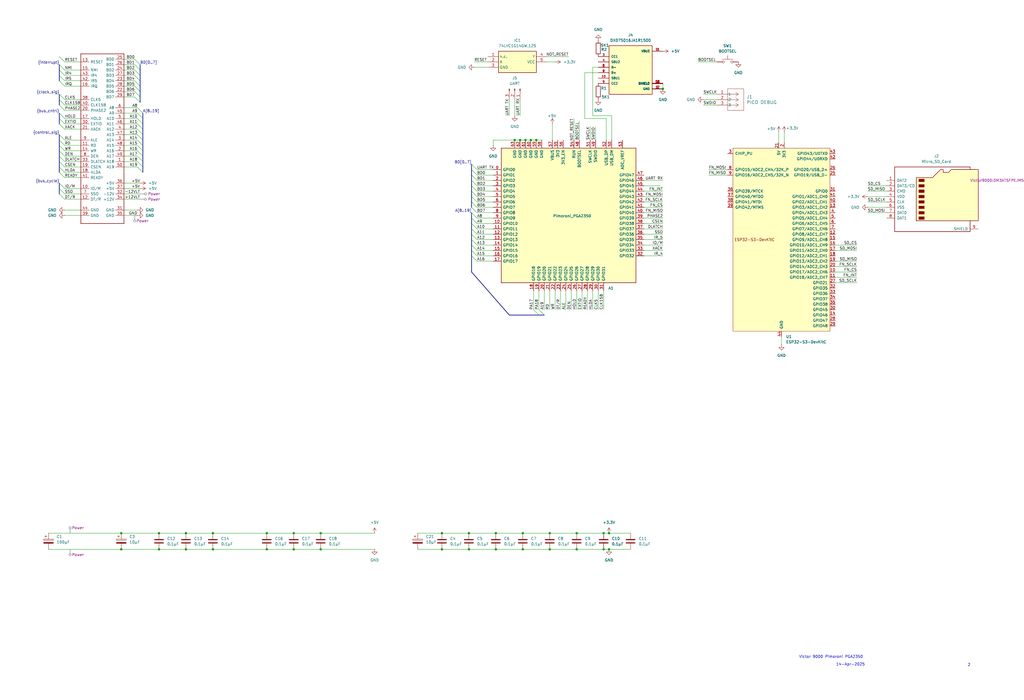
<source format=kicad_sch>
(kicad_sch (version 20250114) (generator "eeschema") (generator_version "9.0")
  (paper "User" 482.6 330.2)
  (bus_alias "bus_cntrl" (members "HOLD" "EXTIO" "XACK"))
  (bus_alias "bus_cycle" (members "IO/M" "SSO" "DT/R" "ALE" "RD" "WR" "DEN"))
  (bus_alias "bus_input" (members "HOLD" "EXTIO" "XACK" "NMI" "IR4" "IR5" "IRQ"))
  (bus_alias "clock_sig" (members "CLK5" "CLK15B" "PHASE2" "RESET" "DLATCH" "CSEN" "HLDA" "READY"))
  (bus_alias "control_sig" (members "ALE" "RD" "WR" "DEN" "DLATCH" "CSEN" "HLDA" "READY"))
  (bus_alias "interrupt" (members "NMI" "IR4" "IR5" "IRQ"))
  (bus_alias "p_bus_cycle" (members "P_IO/M" "P_SSO" "P_DT/R" "P_ALE" "P_RD" "P_WR" "P_DEN"))
  (bus_alias "p_bus_input" (members "P_HOLD" "P_EXTIO" "P_XACK" "P_NMI" "P_IR4" "P_IR5" "P_IRQ"))
  (bus_alias "p_clock_sig" (members "P_CLK5" "P_DLATCH" "P_CSEN" "P_HLDA" "P_READY" "P_CLK15B" "P_PHASE2" "P_RESET"))
  (text "2" (at 456.692 313.69 0) (effects (font (size 1.27 1.27))))
  (text "14-Apr-2025" (at 400.812 313.436 0) (effects (font (size 1.27 1.27))))
  (text "Victor 9000 Pimoroni PGA2350" (at 391.668 309.88 0) (effects (font (size 1.27 1.27))))
  (junction (at 125.73 251.46))
  (junction (at 220.98 259.08))
  (junction (at 208.28 259.08))
  (junction (at 246.38 251.46))
  (junction (at 57.15 251.46))
  (junction (at 233.68 259.08))
  (junction (at 271.78 251.46))
  (junction (at 74.93 251.46))
  (junction (at 247.65 66.04))
  (junction (at 151.13 251.46))
  (junction (at 259.08 259.08))
  (junction (at 138.43 259.08))
  (junction (at 100.33 251.46))
  (junction (at 233.68 251.46))
  (junction (at 287.02 251.46))
  (junction (at 100.33 259.08))
  (junction (at 284.48 259.08))
  (junction (at 87.63 259.08))
  (junction (at 259.08 251.46))
  (junction (at 312.42 41.91))
  (junction (at 245.11 66.04))
  (junction (at 74.93 259.08))
  (junction (at 252.73 66.04))
  (junction (at 246.38 259.08))
  (junction (at 287.02 259.08))
  (junction (at 250.19 66.04))
  (junction (at 242.57 66.04))
  (junction (at 57.15 259.08))
  (junction (at 208.28 251.46))
  (junction (at 284.48 251.46))
  (junction (at 125.73 259.08))
  (junction (at 271.78 259.08))
  (junction (at 87.63 251.46))
  (junction (at 151.13 259.08))
  (junction (at 220.98 251.46))
  (junction (at 138.43 251.46))
  (bus_entry (at 222.25 120.65) (size 2.54 2.54))
  (bus_entry (at 64.77 53.34) (size 2.54 2.54))
  (bus_entry (at 27.94 68.58) (size 2.54 2.54))
  (bus_entry (at 63.5 30.48) (size 2.54 2.54))
  (bus_entry (at 254 146.05) (size 2.54 2.54))
  (bus_entry (at 222.25 107.95) (size 2.54 2.54))
  (bus_entry (at 222.25 100.33) (size 2.54 2.54))
  (bus_entry (at 27.94 46.99) (size 2.54 2.54))
  (bus_entry (at 27.94 88.9) (size 2.54 2.54))
  (bus_entry (at 63.5 33.02) (size 2.54 2.54))
  (bus_entry (at 64.77 55.88) (size 2.54 2.54))
  (bus_entry (at 27.94 30.48) (size 2.54 2.54))
  (bus_entry (at 222.25 105.41) (size 2.54 2.54))
  (bus_entry (at 64.77 68.58) (size 2.54 2.54))
  (bus_entry (at 27.94 55.88) (size 2.54 2.54))
  (bus_entry (at 222.25 97.79) (size 2.54 2.54))
  (bus_entry (at 64.77 66.04) (size 2.54 2.54))
  (bus_entry (at 27.94 78.74) (size 2.54 2.54))
  (bus_entry (at 63.5 38.1) (size 2.54 2.54))
  (bus_entry (at 27.94 33.02) (size 2.54 2.54))
  (bus_entry (at 27.94 63.5) (size 2.54 2.54))
  (bus_entry (at 27.94 38.1) (size 2.54 2.54))
  (bus_entry (at 222.25 87.63) (size 2.54 2.54))
  (bus_entry (at 64.77 58.42) (size 2.54 2.54))
  (bus_entry (at 27.94 49.53) (size 2.54 2.54))
  (bus_entry (at 64.77 50.8) (size 2.54 2.54))
  (bus_entry (at 27.94 53.34) (size 2.54 2.54))
  (bus_entry (at 27.94 86.36) (size 2.54 2.54))
  (bus_entry (at 27.94 91.44) (size 2.54 2.54))
  (bus_entry (at 222.25 95.25) (size 2.54 2.54))
  (bus_entry (at 64.77 71.12) (size 2.54 2.54))
  (bus_entry (at 222.25 118.11) (size 2.54 2.54))
  (bus_entry (at 64.77 63.5) (size 2.54 2.54))
  (bus_entry (at 27.94 76.2) (size 2.54 2.54))
  (bus_entry (at 222.25 102.87) (size 2.54 2.54))
  (bus_entry (at 27.94 81.28) (size 2.54 2.54))
  (bus_entry (at 63.5 27.94) (size 2.54 2.54))
  (bus_entry (at 27.94 66.04) (size 2.54 2.54))
  (bus_entry (at 63.5 40.64) (size 2.54 2.54))
  (bus_entry (at 64.77 76.2) (size 2.54 2.54))
  (bus_entry (at 27.94 71.12) (size 2.54 2.54))
  (bus_entry (at 64.77 60.96) (size 2.54 2.54))
  (bus_entry (at 251.46 146.05) (size 2.54 2.54))
  (bus_entry (at 27.94 44.45) (size 2.54 2.54))
  (bus_entry (at 222.25 85.09) (size 2.54 2.54))
  (bus_entry (at 222.25 77.47) (size 2.54 2.54))
  (bus_entry (at 222.25 82.55) (size 2.54 2.54))
  (bus_entry (at 64.77 78.74) (size 2.54 2.54))
  (bus_entry (at 27.94 58.42) (size 2.54 2.54))
  (bus_entry (at 222.25 113.03) (size 2.54 2.54))
  (bus_entry (at 63.5 45.72) (size 2.54 2.54))
  (bus_entry (at 64.77 73.66) (size 2.54 2.54))
  (bus_entry (at 27.94 73.66) (size 2.54 2.54))
  (bus_entry (at 222.25 110.49) (size 2.54 2.54))
  (bus_entry (at 63.5 35.56) (size 2.54 2.54))
  (bus_entry (at 222.25 90.17) (size 2.54 2.54))
  (bus_entry (at 27.94 26.67) (size 2.54 2.54))
  (bus_entry (at 27.94 35.56) (size 2.54 2.54))
  (bus_entry (at 222.25 80.01) (size 2.54 2.54))
  (bus_entry (at 222.25 92.71) (size 2.54 2.54))
  (bus_entry (at 222.25 115.57) (size 2.54 2.54))
  (bus_entry (at 63.5 43.18) (size 2.54 2.54))
  (wire (pts (xy 224.79 120.65) (xy 232.41 120.65)))
  (bus (pts (xy 27.94 76.2) (xy 27.94 78.74)))
  (bus (pts (xy 67.31 58.42) (xy 67.31 60.96)))
  (wire (pts (xy 87.63 259.08) (xy 100.33 259.08)))
  (wire (pts (xy 57.15 251.46) (xy 74.93 251.46)))
  (bus (pts (xy 67.31 73.66) (xy 67.31 76.2)))
  (wire (pts (xy 242.57 46.99) (xy 242.57 54.61)))
  (wire (pts (xy 224.79 95.25) (xy 232.41 95.25)))
  (wire (pts (xy 337.82 44.45) (xy 331.47 44.45)))
  (wire (pts (xy 266.7 146.05) (xy 266.7 137.16)))
  (wire (pts (xy 208.28 259.08) (xy 196.85 259.08)))
  (wire (pts (xy 259.08 251.46) (xy 271.78 251.46)))
  (bus (pts (xy 222.25 102.87) (xy 222.25 105.41)))
  (wire (pts (xy 87.63 251.46) (xy 100.33 251.46)))
  (wire (pts (xy 138.43 251.46) (xy 151.13 251.46)))
  (bus (pts (xy 27.94 46.99) (xy 27.94 49.53)))
  (wire (pts (xy 58.42 40.64) (xy 63.5 40.64)))
  (wire (pts (xy 30.48 38.1) (xy 38.1 38.1)))
  (bus (pts (xy 240.03 148.59) (xy 222.25 128.27)))
  (wire (pts (xy 57.15 259.08) (xy 74.93 259.08)))
  (wire (pts (xy 224.79 92.71) (xy 232.41 92.71)))
  (wire (pts (xy 58.42 86.36) (xy 66.04 86.36)))
  (wire (pts (xy 303.53 87.63) (xy 311.15 87.63)))
  (wire (pts (xy 312.42 110.49) (xy 303.53 110.49)))
  (wire (pts (xy 284.48 137.16) (xy 284.48 146.05)))
  (wire (pts (xy 58.42 35.56) (xy 63.5 35.56)))
  (wire (pts (xy 58.42 68.58) (xy 64.77 68.58)))
  (wire (pts (xy 224.79 87.63) (xy 232.41 87.63)))
  (bus (pts (xy 222.25 85.09) (xy 222.25 87.63)))
  (wire (pts (xy 312.42 39.37) (xy 312.42 41.91)))
  (wire (pts (xy 285.75 66.04) (xy 285.75 55.88)))
  (wire (pts (xy 245.11 66.04) (xy 242.57 66.04)))
  (wire (pts (xy 288.29 66.04) (xy 288.29 54.61)))
  (wire (pts (xy 30.48 68.58) (xy 38.1 68.58)))
  (wire (pts (xy 30.48 88.9) (xy 38.1 88.9)))
  (wire (pts (xy 100.33 251.46) (xy 125.73 251.46)))
  (wire (pts (xy 151.13 259.08) (xy 176.53 259.08)))
  (wire (pts (xy 30.48 60.96) (xy 38.1 60.96)))
  (bus (pts (xy 27.94 63.5) (xy 27.94 66.04)))
  (bus (pts (xy 222.25 118.11) (xy 222.25 120.65)))
  (wire (pts (xy 369.57 67.31) (xy 369.57 62.23)))
  (wire (pts (xy 208.28 251.46) (xy 196.85 251.46)))
  (wire (pts (xy 220.98 259.08) (xy 233.68 259.08)))
  (wire (pts (xy 417.83 92.71) (xy 408.94 92.71)))
  (wire (pts (xy 224.79 118.11) (xy 232.41 118.11)))
  (wire (pts (xy 269.24 137.16) (xy 269.24 146.05)))
  (wire (pts (xy 30.48 29.21) (xy 38.1 29.21)))
  (wire (pts (xy 151.13 251.46) (xy 176.53 251.46)))
  (wire (pts (xy 261.62 137.16) (xy 261.62 146.05)))
  (wire (pts (xy 287.02 251.46) (xy 297.18 251.46)))
  (wire (pts (xy 58.42 27.94) (xy 63.5 27.94)))
  (wire (pts (xy 254 137.16) (xy 254 146.05)))
  (wire (pts (xy 233.68 259.08) (xy 246.38 259.08)))
  (wire (pts (xy 138.43 259.08) (xy 151.13 259.08)))
  (bus (pts (xy 222.25 92.71) (xy 222.25 95.25)))
  (wire (pts (xy 408.94 95.25) (xy 417.83 95.25)))
  (wire (pts (xy 58.42 71.12) (xy 64.77 71.12)))
  (wire (pts (xy 284.48 251.46) (xy 287.02 251.46)))
  (wire (pts (xy 334.01 80.01) (xy 342.9 80.01)))
  (wire (pts (xy 247.65 66.04) (xy 245.11 66.04)))
  (bus (pts (xy 66.04 38.1) (xy 66.04 40.64)))
  (wire (pts (xy 58.42 93.98) (xy 66.04 93.98)))
  (wire (pts (xy 58.42 38.1) (xy 63.5 38.1)))
  (bus (pts (xy 222.25 107.95) (xy 222.25 110.49)))
  (wire (pts (xy 337.82 49.53) (xy 331.47 49.53)))
  (wire (pts (xy 271.78 251.46) (xy 284.48 251.46)))
  (wire (pts (xy 312.42 107.95) (xy 303.53 107.95)))
  (wire (pts (xy 250.19 66.04) (xy 247.65 66.04)))
  (wire (pts (xy 224.79 82.55) (xy 232.41 82.55)))
  (bus (pts (xy 222.25 113.03) (xy 222.25 115.57)))
  (wire (pts (xy 58.42 99.06) (xy 64.77 99.06)))
  (bus (pts (xy 27.94 68.58) (xy 27.94 71.12)))
  (wire (pts (xy 223.52 29.21) (xy 229.87 29.21)))
  (wire (pts (xy 408.94 90.17) (xy 417.83 90.17)))
  (wire (pts (xy 274.32 137.16) (xy 274.32 146.05)))
  (bus (pts (xy 222.25 95.25) (xy 222.25 97.79)))
  (bus (pts (xy 67.31 76.2) (xy 67.31 78.74)))
  (bus (pts (xy 222.25 80.01) (xy 222.25 82.55)))
  (wire (pts (xy 278.13 59.69) (xy 278.13 66.04)))
  (wire (pts (xy 281.94 146.05) (xy 281.94 137.16)))
  (wire (pts (xy 257.81 26.67) (xy 267.97 26.67)))
  (wire (pts (xy 224.79 90.17) (xy 232.41 90.17)))
  (wire (pts (xy 58.42 88.9) (xy 66.04 88.9)))
  (wire (pts (xy 224.79 102.87) (xy 232.41 102.87)))
  (wire (pts (xy 303.53 95.25) (xy 312.42 95.25)))
  (wire (pts (xy 331.47 46.99) (xy 337.82 46.99)))
  (bus (pts (xy 27.94 78.74) (xy 27.94 81.28)))
  (wire (pts (xy 417.83 97.79) (xy 408.94 97.79)))
  (wire (pts (xy 259.08 259.08) (xy 271.78 259.08)))
  (wire (pts (xy 393.7 123.19) (xy 403.86 123.19)))
  (bus (pts (xy 222.25 120.65) (xy 222.25 128.27)))
  (wire (pts (xy 100.33 259.08) (xy 125.73 259.08)))
  (wire (pts (xy 393.7 125.73) (xy 403.86 125.73)))
  (bus (pts (xy 254 148.59) (xy 256.54 148.59)))
  (wire (pts (xy 259.08 137.16) (xy 259.08 146.05)))
  (bus (pts (xy 27.94 35.56) (xy 27.94 38.1)))
  (wire (pts (xy 334.01 82.55) (xy 342.9 82.55)))
  (wire (pts (xy 279.4 31.75) (xy 279.4 54.61)))
  (wire (pts (xy 30.48 66.04) (xy 38.1 66.04)))
  (wire (pts (xy 58.42 45.72) (xy 63.5 45.72)))
  (bus (pts (xy 27.94 30.48) (xy 27.94 33.02)))
  (wire (pts (xy 224.79 97.79) (xy 232.41 97.79)))
  (wire (pts (xy 393.7 133.35) (xy 403.86 133.35)))
  (wire (pts (xy 245.11 46.99) (xy 245.11 54.61)))
  (wire (pts (xy 279.4 146.05) (xy 279.4 137.16)))
  (bus (pts (xy 67.31 71.12) (xy 67.31 73.66)))
  (wire (pts (xy 393.7 128.27) (xy 403.86 128.27)))
  (wire (pts (xy 30.48 81.28) (xy 38.1 81.28)))
  (bus (pts (xy 222.25 87.63) (xy 222.25 90.17)))
  (wire (pts (xy 224.79 113.03) (xy 232.41 113.03)))
  (wire (pts (xy 58.42 78.74) (xy 64.77 78.74)))
  (wire (pts (xy 58.42 30.48) (xy 63.5 30.48)))
  (wire (pts (xy 264.16 146.05) (xy 264.16 137.16)))
  (wire (pts (xy 208.28 251.46) (xy 220.98 251.46)))
  (wire (pts (xy 58.42 63.5) (xy 64.77 63.5)))
  (wire (pts (xy 224.79 100.33) (xy 232.41 100.33)))
  (wire (pts (xy 224.79 107.95) (xy 232.41 107.95)))
  (wire (pts (xy 30.48 101.6) (xy 38.1 101.6)))
  (wire (pts (xy 393.7 118.11) (xy 403.86 118.11)))
  (bus (pts (xy 27.94 73.66) (xy 27.94 76.2)))
  (wire (pts (xy 303.53 100.33) (xy 312.42 100.33)))
  (bus (pts (xy 67.31 66.04) (xy 67.31 68.58)))
  (bus (pts (xy 27.94 44.45) (xy 27.94 46.99)))
  (wire (pts (xy 58.42 55.88) (xy 64.77 55.88)))
  (wire (pts (xy 220.98 251.46) (xy 233.68 251.46)))
  (wire (pts (xy 58.42 50.8) (xy 64.77 50.8)))
  (wire (pts (xy 260.35 58.42) (xy 260.35 66.04)))
  (bus (pts (xy 27.94 55.88) (xy 27.94 58.42)))
  (wire (pts (xy 271.78 137.16) (xy 271.78 146.05)))
  (wire (pts (xy 287.02 259.08) (xy 297.18 259.08)))
  (wire (pts (xy 30.48 35.56) (xy 38.1 35.56)))
  (wire (pts (xy 275.59 34.29) (xy 275.59 55.88)))
  (wire (pts (xy 30.48 83.82) (xy 38.1 83.82)))
  (wire (pts (xy 58.42 91.44) (xy 66.04 91.44)))
  (bus (pts (xy 27.94 86.36) (xy 27.94 88.9)))
  (bus (pts (xy 222.25 77.47) (xy 222.25 80.01)))
  (wire (pts (xy 303.53 97.79) (xy 312.42 97.79)))
  (bus (pts (xy 66.04 45.72) (xy 66.04 48.26)))
  (wire (pts (xy 30.48 40.64) (xy 38.1 40.64)))
  (wire (pts (xy 312.42 105.41) (xy 303.53 105.41)))
  (bus (pts (xy 67.31 63.5) (xy 67.31 66.04)))
  (wire (pts (xy 30.48 55.88) (xy 38.1 55.88)))
  (wire (pts (xy 273.05 57.15) (xy 273.05 66.04)))
  (wire (pts (xy 257.81 29.21) (xy 261.62 29.21)))
  (bus (pts (xy 222.25 90.17) (xy 222.25 92.71)))
  (wire (pts (xy 279.4 31.75) (xy 281.94 31.75)))
  (wire (pts (xy 224.79 110.49) (xy 232.41 110.49)))
  (wire (pts (xy 312.42 118.11) (xy 303.53 118.11)))
  (bus (pts (xy 66.04 33.02) (xy 66.04 35.56)))
  (wire (pts (xy 280.67 59.69) (xy 280.67 66.04)))
  (wire (pts (xy 255.27 66.04) (xy 252.73 66.04)))
  (wire (pts (xy 74.93 251.46) (xy 87.63 251.46)))
  (bus (pts (xy 66.04 35.56) (xy 66.04 38.1)))
  (bus (pts (xy 66.04 43.18) (xy 66.04 45.72)))
  (wire (pts (xy 224.79 115.57) (xy 232.41 115.57)))
  (wire (pts (xy 303.53 113.03) (xy 312.42 113.03)))
  (wire (pts (xy 251.46 137.16) (xy 251.46 146.05)))
  (wire (pts (xy 393.7 130.81) (xy 403.86 130.81)))
  (wire (pts (xy 30.48 91.44) (xy 38.1 91.44)))
  (bus (pts (xy 222.25 115.57) (xy 222.25 118.11)))
  (wire (pts (xy 22.86 251.46) (xy 57.15 251.46)))
  (wire (pts (xy 276.86 137.16) (xy 276.86 146.05)))
  (wire (pts (xy 367.03 67.31) (xy 367.03 62.23)))
  (wire (pts (xy 30.48 71.12) (xy 38.1 71.12)))
  (wire (pts (xy 312.42 102.87) (xy 303.53 102.87)))
  (wire (pts (xy 58.42 101.6) (xy 64.77 101.6)))
  (bus (pts (xy 222.25 100.33) (xy 222.25 102.87)))
  (wire (pts (xy 30.48 46.99) (xy 38.1 46.99)))
  (wire (pts (xy 30.48 78.74) (xy 38.1 78.74)))
  (wire (pts (xy 125.73 259.08) (xy 138.43 259.08)))
  (wire (pts (xy 312.42 120.65) (xy 303.53 120.65)))
  (wire (pts (xy 74.93 259.08) (xy 87.63 259.08)))
  (wire (pts (xy 22.86 259.08) (xy 57.15 259.08)))
  (wire (pts (xy 271.78 259.08) (xy 284.48 259.08)))
  (wire (pts (xy 224.79 123.19) (xy 232.41 123.19)))
  (bus (pts (xy 27.94 88.9) (xy 27.94 91.44)))
  (wire (pts (xy 303.53 90.17) (xy 312.42 90.17)))
  (wire (pts (xy 246.38 259.08) (xy 259.08 259.08)))
  (wire (pts (xy 58.42 66.04) (xy 64.77 66.04)))
  (wire (pts (xy 252.73 66.04) (xy 250.19 66.04)))
  (wire (pts (xy 393.7 115.57) (xy 403.86 115.57)))
  (bus (pts (xy 67.31 78.74) (xy 67.31 81.28)))
  (wire (pts (xy 58.42 43.18) (xy 63.5 43.18)))
  (wire (pts (xy 223.52 31.75) (xy 229.87 31.75)))
  (wire (pts (xy 256.54 137.16) (xy 256.54 146.05)))
  (wire (pts (xy 30.48 49.53) (xy 38.1 49.53)))
  (wire (pts (xy 58.42 53.34) (xy 64.77 53.34)))
  (wire (pts (xy 240.03 46.99) (xy 240.03 54.61)))
  (bus (pts (xy 27.94 53.34) (xy 27.94 55.88)))
  (wire (pts (xy 30.48 58.42) (xy 38.1 58.42)))
  (wire (pts (xy 208.28 259.08) (xy 220.98 259.08)))
  (wire (pts (xy 303.53 92.71) (xy 312.42 92.71)))
  (wire (pts (xy 58.42 33.02) (xy 63.5 33.02)))
  (wire (pts (xy 408.94 100.33) (xy 417.83 100.33)))
  (bus (pts (xy 240.03 148.59) (xy 254 148.59)))
  (bus (pts (xy 67.31 55.88) (xy 67.31 58.42)))
  (wire (pts (xy 288.29 54.61) (xy 279.4 54.61)))
  (bus (pts (xy 222.25 105.41) (xy 222.25 107.95)))
  (wire (pts (xy 30.48 33.02) (xy 38.1 33.02)))
  (bus (pts (xy 27.94 33.02) (xy 27.94 35.56)))
  (wire (pts (xy 270.51 55.88) (xy 270.51 66.04)))
  (wire (pts (xy 285.75 55.88) (xy 275.59 55.88)))
  (wire (pts (xy 30.48 76.2) (xy 38.1 76.2)))
  (bus (pts (xy 27.94 71.12) (xy 27.94 73.66)))
  (wire (pts (xy 58.42 60.96) (xy 64.77 60.96)))
  (wire (pts (xy 30.48 99.06) (xy 38.1 99.06)))
  (bus (pts (xy 222.25 110.49) (xy 222.25 113.03)))
  (wire (pts (xy 58.42 73.66) (xy 64.77 73.66)))
  (bus (pts (xy 67.31 60.96) (xy 67.31 63.5)))
  (wire (pts (xy 58.42 58.42) (xy 64.77 58.42)))
  (wire (pts (xy 312.42 115.57) (xy 303.53 115.57)))
  (wire (pts (xy 232.41 66.04) (xy 232.41 68.58)))
  (wire (pts (xy 312.42 85.09) (xy 303.53 85.09)))
  (wire (pts (xy 275.59 34.29) (xy 281.94 34.29)))
  (wire (pts (xy 125.73 251.46) (xy 138.43 251.46)))
  (wire (pts (xy 284.48 259.08) (xy 287.02 259.08)))
  (wire (pts (xy 58.42 76.2) (xy 64.77 76.2)))
  (bus (pts (xy 27.94 66.04) (xy 27.94 68.58)))
  (bus (pts (xy 67.31 53.34) (xy 67.31 55.88)))
  (wire (pts (xy 368.3 158.75) (xy 368.3 162.56)))
  (wire (pts (xy 30.48 52.07) (xy 38.1 52.07)))
  (bus (pts (xy 66.04 30.48) (xy 66.04 33.02)))
  (wire (pts (xy 246.38 251.46) (xy 259.08 251.46)))
  (wire (pts (xy 233.68 251.46) (xy 246.38 251.46)))
  (bus (pts (xy 222.25 82.55) (xy 222.25 85.09)))
  (bus (pts (xy 66.04 40.64) (xy 66.04 43.18)))
  (wire (pts (xy 30.48 93.98) (xy 38.1 93.98)))
  (wire (pts (xy 224.79 80.01) (xy 232.41 80.01)))
  (bus (pts (xy 67.31 68.58) (xy 67.31 71.12)))
  (wire (pts (xy 224.79 85.09) (xy 232.41 85.09)))
  (wire (pts (xy 408.94 87.63) (xy 417.83 87.63)))
  (wire (pts (xy 328.93 29.21) (xy 337.82 29.21)))
  (wire (pts (xy 30.48 73.66) (xy 38.1 73.66)))
  (wire (pts (xy 224.79 105.41) (xy 232.41 105.41)))
  (wire (pts (xy 242.57 66.04) (xy 232.41 66.04)))
  (label "{bus_cntrl}" (at 27.94 53.34 180))
  (label "PA17" (at 251.46 146.05 90))
  (label "SD_SCLK" (at 403.86 133.35 180))
  (label "FN_CS" (at 403.86 128.27 180))
  (label "A10" (at 224.79 107.95 0))
  (label "HOLD" (at 30.48 55.88 0))
  (label "BD4" (at 224.79 92.71 0))
  (label "IR5" (at 30.48 38.1 0))
  (label "BD7" (at 224.79 100.33 0))
  (label "A10" (at 64.77 55.88 180))
  (label "FN_CS" (at 312.42 97.79 180))
  (label "XACK" (at 312.42 118.11 180))
  (label "SD_MISO" (at 408.94 90.17 0))
  (label "CLK5" (at 30.48 46.99 0))
  (label "A19" (at 256.54 146.05 90))
  (label "A15" (at 64.77 68.58 180))
  (label "SWCLK" (at 331.47 44.45 0))
  (label "RESET" (at 30.48 29.21 0))
  (label "SD_MOSI" (at 403.86 118.11 180))
  (label "EXTIO" (at 274.32 146.05 90))
  (label "UART RX" (at 312.42 85.09 180))
  (label "CLK15B" (at 30.48 49.53 0))
  (label "A13" (at 224.79 115.57 0))
  (label "A[8..19]" (at 222.25 100.33 180))
  (label "A13" (at 64.77 63.5 180))
  (label "A9" (at 64.77 53.34 180))
  (label "+12VLT" (at 66.04 93.98 180))
  (label "HLDA" (at 30.48 81.28 0))
  (label "BD0" (at 224.79 82.55 0))
  (label "PHASE2" (at 30.48 52.07 0))
  (label "IR_5" (at 312.42 113.03 180))
  (label "A[8..19]" (at 67.31 53.34 0))
  (label "A17" (at 64.77 73.66 180))
  (label "FN_SCLK" (at 312.42 95.25 180))
  (label "BD[0..7]" (at 222.25 77.47 180))
  (label "FN_MISO" (at 312.42 100.33 180))
  (label "BD4" (at 63.5 38.1 180))
  (label "FN_MOSI" (at 334.01 80.01 0))
  (label "DLATCH" (at 312.42 107.95 180))
  (label "A16" (at 64.77 71.12 180))
  (label "NMI" (at 30.48 33.02 0))
  (label "BD7" (at 63.5 45.72 180))
  (label "BD1" (at 224.79 85.09 0))
  (label "SD_SCLK" (at 408.94 95.25 0))
  (label "SD_CS" (at 408.94 87.63 0))
  (label "DEN" (at 269.24 146.05 90))
  (label "DT{slash}R" (at 264.16 146.05 90))
  (label "FN_MISO" (at 334.01 82.55 0))
  (label "A8" (at 224.79 102.87 0))
  (label "SD_MOSI" (at 408.94 100.33 0))
  (label "A15" (at 224.79 120.65 0))
  (label "RESET" (at 223.52 29.21 0))
  (label "DLATCH" (at 30.48 76.2 0))
  (label "IR_4" (at 312.42 120.65 180))
  (label "RD" (at 259.08 146.05 90))
  (label "RD" (at 30.48 68.58 0))
  (label "BD5" (at 63.5 40.64 180))
  (label "+5V" (at 66.04 86.36 180))
  (label "BD1" (at 63.5 30.48 180))
  (label "SWDIO" (at 331.47 49.53 0))
  (label "IRQ" (at 30.48 40.64 0))
  (label "IR4" (at 30.48 35.56 0))
  (label "SSO" (at 30.48 91.44 0))
  (label "A9" (at 224.79 105.41 0))
  (label "UART TX" (at 224.79 80.01 0))
  (label "SD_MISO" (at 403.86 123.19 180))
  (label "FN_INT" (at 312.42 90.17 180))
  (label "A19" (at 64.77 78.74 180))
  (label "READY" (at 276.86 146.05 90))
  (label "GND" (at 64.77 101.6 180))
  (label "BD3" (at 63.5 35.56 180))
  (label "CSEN" (at 312.42 105.41 180))
  (label "UART RX" (at 245.11 54.61 90))
  (label "DEN" (at 30.48 73.66 0))
  (label "CSEN" (at 30.48 78.74 0))
  (label "FN_INT" (at 403.86 130.81 180))
  (label "BD3" (at 224.79 90.17 0))
  (label "SSO" (at 312.42 110.49 180))
  (label "WR" (at 261.62 146.05 90))
  (label "FN_MOSI" (at 312.42 92.71 180))
  (label "BD5" (at 224.79 95.25 0))
  (label "PHASE2" (at 312.42 102.87 180))
  (label "NOT_RESET" (at 267.97 26.67 180))
  (label "-12VLT" (at 66.04 91.44 180))
  (label "{control_sig}" (at 27.94 63.5 180))
  (label "WR" (at 30.48 71.12 0))
  (label "{interrupt}" (at 27.94 30.48 180))
  (label "BD6" (at 63.5 43.18 180))
  (label "A11" (at 64.77 58.42 180))
  (label "{clock_sig}" (at 27.94 44.45 180))
  (label "BOOTSEL" (at 328.93 29.21 0))
  (label "A16" (at 224.79 123.19 0))
  (label "SD_CS" (at 403.86 115.57 180))
  (label "{bus_cycle}" (at 27.94 86.36 180))
  (label "IO{slash}M" (at 30.48 88.9 0))
  (label "PA18" (at 254 146.05 90))
  (label "XACK" (at 30.48 60.96 0))
  (label "A14" (at 64.77 66.04 180))
  (label "HLDA" (at 279.4 146.05 90))
  (label "SWCLK" (at 278.13 66.04 90))
  (label "BD0" (at 63.5 27.94 180))
  (label "ALE" (at 266.7 146.05 90))
  (label "HOLD" (at 271.78 146.05 90))
  (label "IO{slash}M" (at 312.42 115.57 180))
  (label "BD6" (at 224.79 97.79 0))
  (label "A11" (at 224.79 110.49 0))
  (label "FN_SCLK" (at 403.86 125.73 180))
  (label "A12" (at 64.77 60.96 180))
  (label "UART TX" (at 240.03 54.61 90))
  (label "READY" (at 30.48 83.82 0))
  (label "BOOTSEL" (at 273.05 66.04 90))
  (label "A8" (at 64.77 50.8 180))
  (label "CLK15B" (at 284.48 146.05 90))
  (label "+5V" (at 66.04 88.9 180))
  (label "BD2" (at 224.79 87.63 0))
  (label "CLK5" (at 281.94 146.05 90))
  (label "EXTIO" (at 30.48 58.42 0))
  (label "BD2" (at 63.5 33.02 180))
  (label "A18" (at 64.77 76.2 180))
  (label "A12" (at 224.79 113.03 0))
  (label "NOT_RESET" (at 270.51 55.88 270))
  (label "BD[0..7]" (at 66.04 30.48 0))
  (label "SWDIO" (at 280.67 66.04 90))
  (label "DT{slash}R" (at 30.48 93.98 0))
  (label "A14" (at 224.79 118.11 0))
  (label "ALE" (at 30.48 66.04 0))
  (netclass_flag "" (length 2.54) (shape round) (at 66.04 93.98 270) (property "Netclass" "Power" (at 69.596 93.98 0) (effects (font (italic yes)) (justify left))))
  (netclass_flag "" (length 2.54) (shape round) (at 33.02 251.46 0) (property "Netclass" "Power" (at 33.7185 248.92 0) (effects (font (italic yes)) (justify left))))
  (netclass_flag "" (length 2.54) (shape round) (at 63.5 101.6 180) (property "Netclass" "Power" (at 64.1985 104.14 0) (effects (font (italic yes)) (justify left))))
  (netclass_flag "" (length 2.54) (shape round) (at 33.02 259.08 180) (property "Netclass" "Power" (at 33.7185 261.62 0) (effects (font (italic yes)) (justify left))))
  (netclass_flag "" (length 2.54) (shape round) (at 66.04 91.44 270) (property "Netclass" "Power" (at 69.596 91.44 0) (effects (font (italic yes)) (justify left))))
  (symbol (lib_id "power:GND") (at 347.98 29.21 0) (unit 1)
    (property "Reference" "#PWR011" (effects (hide yes)))
    (property "Value" "GND" (at 347.98 34.29 0))
    (property "Description" "Power symbol creates a global label with name \"GND\" , ground" (effects (hide yes)))
  )
  (symbol (lib_id "power:GND") (at 331.47 46.99 270) (unit 1)
    (property "Reference" "#PWR021" (effects (hide yes)))
    (property "Value" "GND" (at 327.66 46.9899 90) (effects (justify right)))
    (property "Description" "Power symbol creates a global label with name \"GND\" , ground" (effects (hide yes)))
  )
  (symbol (lib_id "Device:C") (at 284.48 255.27 0) (unit 1)
    (property "Reference" "C10" (at 288.29 253.9999 0) (effects (justify left)))
    (property "Value" "0.1µF" (at 288.29 256.5399 0) (effects (justify left)))
    (property "Footprint" "Capacitor_THT:C_Disc_D5.0mm_W2.5mm_P5.00mm" (effects (hide yes)))
    (property "Description" "Unpolarized capacitor" (effects (hide yes)))
  )
  (symbol (lib_id "power:GND") (at 242.57 54.61 0) (unit 1)
    (property "Reference" "#PWR014" (effects (hide yes)))
    (property "Value" "GND" (at 242.57 59.69 0))
    (property "Description" "Power symbol creates a global label with name \"GND\" , ground" (effects (hide yes)))
  )
  (symbol (lib_id "power:+3.3V") (at 408.94 92.71 90) (unit 1)
    (property "Reference" "#PWR09" (effects (hide yes)))
    (property "Value" "+3.3V" (at 405.13 92.7099 90) (effects (justify left)))
    (property "Description" "Power symbol creates a global label with name \"+3.3V\"" (effects (hide yes)))
  )
  (symbol (lib_id "Connector:Micro_SD_Card") (at 440.69 92.71 0) (unit 1)
    (property "Reference" "J2" (at 441.325 73.66 0))
    (property "Value" "Micro_SD_Card" (at 441.325 76.2 0))
    (property "Footprint" "Victor9000:DM3ATSFPEJM5" (at 469.9 85.09 0))
    (property "Datasheet" "https://www.we-online.com/components/products/datasheet/693072010801.pdf" (effects (hide yes)))
    (property "Description" "Micro SD Card Socket" (effects (hide yes)))
  )
  (symbol (lib_id "power:GND") (at 64.77 99.06 90) (unit 1)
    (property "Reference" "#PWR054" (effects (hide yes)))
    (property "Value" "GND" (at 68.58 99.0599 90) (effects (justify right)))
    (property "Description" "Power symbol creates a global label with name \"GND\" , ground" (effects (hide yes)))
  )
  (symbol (lib_id "Victor9K_symbols:74LVC1G14GW,125") (at 229.87 26.67 0) (unit 1)
    (property "Reference" "IC1" (at 243.84 19.05 0))
    (property "Value" "74LVC1G14GW,125" (at 243.84 21.59 0))
    (property "Footprint" "Victor9000:SOT65P212X110-5N" (effects (hide yes)))
    (property "Datasheet" "https://assets.nexperia.com/documents/data-sheet/74LVC1G14.pdf" (effects (hide yes)))
    (property "Description" "74LVC1G14GW,125, Schmitt Trigger Inverter, LVC, 32mA 1.65 to 5.5V 5-Pin TSSOP" (effects (hide yes)))
    (property "Height" "1.1" (effects (hide yes)))
    (property "Mouser Part Number" "771-74LVC1G14GW-G" (effects (hide yes)))
    (property "Mouser Price/Stock" "https://www.mouser.co.uk/ProductDetail/Nexperia/74LVC1G14GW125?qs=me8TqzrmIYVaj3J%252BEdq4Gw%3D%3D" (effects (hide yes)))
    (property "Manufacturer_Name" "Nexperia" (effects (hide yes)))
    (property "Manufacturer_Part_Number" "74LVC1G14GW,125" (effects (hide yes)))
  )
  (symbol (lib_id "Device:R") (at 281.94 22.86 180) (unit 1)
    (property "Reference" "R2" (at 286.004 23.368 0) (effects (justify left)))
    (property "Value" "5K1" (at 287.02 21.336 0) (effects (justify left)))
    (property "Footprint" "Resistor_THT:R_Axial_DIN0204_L3.6mm_D1.6mm_P5.08mm_Horizontal" (effects (hide yes)))
    (property "Description" "Resistor" (effects (hide yes)))
  )
  (symbol (lib_id "Device:C") (at 138.43 255.27 0) (unit 1)
    (property "Reference" "C17" (at 142.24 253.9999 0) (effects (justify left)))
    (property "Value" "0.1µF" (at 142.24 256.5399 0) (effects (justify left)))
    (property "Footprint" "Capacitor_THT:C_Disc_D5.0mm_W2.5mm_P5.00mm" (effects (hide yes)))
    (property "Description" "Unpolarized capacitor" (effects (hide yes)))
  )
  (symbol (lib_id "Connector:Conn_01x03_Pin") (at 242.57 41.91 270) (unit 1)
    (property "Reference" "J5" (at 242.57 36.83 90))
    (property "Value" "UART" (at 242.57 39.37 90))
    (property "Footprint" "Connector_PinHeader_2.54mm:PinHeader_1x03_P2.54mm_Vertical" (effects (hide yes)))
    (property "Description" "Generic connector, single row, 01x03, script generated" (effects (hide yes)))
  )
  (symbol (lib_id "Device:C") (at 151.13 255.27 0) (unit 1)
    (property "Reference" "C18" (at 154.94 253.9999 0) (effects (justify left)))
    (property "Value" "0.1µF" (at 154.94 256.5399 0) (effects (justify left)))
    (property "Footprint" "Capacitor_THT:C_Disc_D5.0mm_W2.5mm_P5.00mm" (effects (hide yes)))
    (property "Description" "Unpolarized capacitor" (effects (hide yes)))
  )
  (symbol (lib_id "power:+5V") (at 312.42 24.13 270) (unit 1)
    (property "Reference" "#PWR057" (effects (hide yes)))
    (property "Value" "+5V" (at 316.23 24.1299 90) (effects (justify left)))
    (property "Description" "Power symbol creates a global label with name \"+5V\"" (effects (hide yes)))
  )
  (symbol (lib_id "power:+5V") (at 176.53 251.46 0) (unit 1)
    (property "Reference" "#PWR010" (effects (hide yes)))
    (property "Value" "+5V" (at 176.53 246.38 0))
    (property "Description" "Power symbol creates a global label with name \"+5V\"" (effects (hide yes)))
  )
  (symbol (lib_id "power:+5V") (at 367.03 62.23 0) (unit 1)
    (property "Reference" "#PWR02" (effects (hide yes)))
    (property "Value" "+5V" (at 363.474 60.706 0))
    (property "Description" "Power symbol creates a global label with name \"+5V\"" (effects (hide yes)))
  )
  (symbol (lib_id "power:+3.3V") (at 369.57 62.23 0) (unit 1)
    (property "Reference" "#PWR03" (effects (hide yes)))
    (property "Value" "+3.3V" (at 373.38 60.452 0))
    (property "Description" "Power symbol creates a global label with name \"+3.3V\"" (effects (hide yes)))
  )
  (symbol (lib_id "power:GND") (at 312.42 41.91 0) (unit 1)
    (property "Reference" "#PWR060" (effects (hide yes)))
    (property "Value" "GND" (at 312.42 46.99 0))
    (property "Description" "Power symbol creates a global label with name \"GND\" , ground" (effects (hide yes)))
  )
  (symbol (lib_id "Device:C_Polarized") (at 196.85 255.27 0) (unit 1)
    (property "Reference" "C21" (at 200.66 253.1109 0) (effects (justify left)))
    (property "Value" "10µF" (at 200.66 255.6509 0) (effects (justify left)))
    (property "Footprint" "Capacitor_THT:CP_Axial_L10.0mm_D4.5mm_P15.00mm_Horizontal" (effects (hide yes)))
    (property "Description" "Polarized capacitor" (effects (hide yes)))
  )
  (symbol (lib_id "Device:C") (at 246.38 255.27 0) (unit 1)
    (property "Reference" "C7" (at 250.19 253.9999 0) (effects (justify left)))
    (property "Value" "0.1µF" (at 250.19 256.5399 0) (effects (justify left)))
    (property "Footprint" "Capacitor_THT:C_Disc_D5.0mm_W2.5mm_P5.00mm" (effects (hide yes)))
    (property "Description" "Unpolarized capacitor" (effects (hide yes)))
  )
  (symbol (lib_id "power:GND") (at 223.52 31.75 270) (unit 1)
    (property "Reference" "#PWR036" (effects (hide yes)))
    (property "Value" "GND" (at 219.71 31.7499 90) (effects (justify right)))
    (property "Description" "Power symbol creates a global label with name \"GND\" , ground" (effects (hide yes)))
  )
  (symbol (lib_id "Device:C") (at 220.98 255.27 0) (unit 1)
    (property "Reference" "C5" (at 224.79 253.9999 0) (effects (justify left)))
    (property "Value" "0.1µF" (at 224.79 256.5399 0) (effects (justify left)))
    (property "Footprint" "Capacitor_THT:C_Disc_D5.0mm_W2.5mm_P5.00mm" (effects (hide yes)))
    (property "Description" "Unpolarized capacitor" (effects (hide yes)))
  )
  (symbol (lib_id "power:GND") (at 408.94 97.79 270) (unit 1)
    (property "Reference" "#PWR08" (effects (hide yes)))
    (property "Value" "GND" (at 405.13 97.7899 90) (effects (justify right)))
    (property "Description" "Power symbol creates a global label with name \"GND\" , ground" (effects (hide yes)))
  )
  (symbol (lib_id "power:+3.3V") (at 261.62 29.21 270) (unit 1)
    (property "Reference" "#PWR035" (effects (hide yes)))
    (property "Value" "+3.3V" (at 265.43 29.2099 90) (effects (justify left)))
    (property "Description" "Power symbol creates a global label with name \"+3.3V\"" (effects (hide yes)))
  )
  (symbol (lib_id "power:GND") (at 281.94 19.05 180) (unit 1)
    (property "Reference" "#PWR07" (effects (hide yes)))
    (property "Value" "GND" (at 281.94 13.97 0))
    (property "Description" "Power symbol creates a global label with name \"GND\" , ground" (effects (hide yes)))
  )
  (symbol (lib_id "Device:C") (at 100.33 255.27 0) (unit 1)
    (property "Reference" "C14" (at 104.14 253.9999 0) (effects (justify left)))
    (property "Value" "0.1µF" (at 104.14 256.5399 0) (effects (justify left)))
    (property "Footprint" "Capacitor_THT:C_Disc_D5.0mm_W2.5mm_P5.00mm" (effects (hide yes)))
    (property "Description" "Unpolarized capacitor" (effects (hide yes)))
  )
  (symbol (lib_id "Device:C_Polarized") (at 57.15 255.27 0) (unit 1)
    (property "Reference" "C3" (at 60.96 253.1109 0) (effects (justify left)))
    (property "Value" "10µF" (at 60.96 255.6509 0) (effects (justify left)))
    (property "Footprint" "Capacitor_THT:C_Disc_D5.0mm_W2.5mm_P5.00mm" (effects (hide yes)))
    (property "Description" "Polarized capacitor" (effects (hide yes)))
  )
  (symbol (lib_id "power:+3.3V") (at 287.02 251.46 0) (unit 1)
    (property "Reference" "#PWR04" (effects (hide yes)))
    (property "Value" "+3.3V" (at 287.02 246.38 0))
    (property "Description" "Power symbol creates a global label with name \"+3.3V\"" (effects (hide yes)))
  )
  (symbol (lib_id "Espressif-2:ESP32-S3-DevKitC") (at 368.3 113.03 0) (unit 1)
    (property "Reference" "U1" (at 370.4433 158.75 0) (effects (justify left)))
    (property "Value" "ESP32-S3-DevKitC" (at 370.4433 161.29 0) (effects (justify left)))
    (property "Footprint" "Victor9000:ESP32-S3-DevKitC" (effects (hide yes)))
    (property "Description" "ESP32-S3-DevKitC" (effects (hide yes)))
  )
  (symbol (lib_id "Switch:SW_Push") (at 342.9 29.21 0) (unit 1)
    (property "Reference" "SW1" (at 342.9 21.59 0))
    (property "Value" "BOOTSEL" (at 342.9 24.13 0))
    (property "Footprint" "Victor9000:B3FS1010P" (effects (hide yes)))
    (property "Description" "Push button switch, generic, two pins" (effects (hide yes)))
  )
  (symbol (lib_id "power:GND") (at 281.94 46.99 0) (unit 1)
    (property "Reference" "#PWR058" (effects (hide yes)))
    (property "Value" "GND" (at 281.94 52.07 0))
    (property "Description" "Power symbol creates a global label with name \"GND\" , ground" (effects (hide yes)))
  )
  (symbol (lib_id "Victor9K_symbols:Pimoroni_PGA2350") (at 267.97 101.6 0) (unit 1)
    (property "Reference" "A1" (at 286.6741 135.89 0) (effects (justify left)))
    (property "Value" "Pimoroni_PGA2350" (at 260.604 101.854 0) (effects (justify left)))
    (property "Footprint" "Victor9000:pimoroni_pga2350" (effects (hide yes)))
    (property "Datasheet" "https://shop.pimoroni.com/products/pga2350" (effects (hide yes)))
    (property "Description" "RP2350 breakout board modelled on a Pin Grid Array with all 48 GPIOs broken out" (effects (hide yes)))
  )
  (symbol (lib_id "Device:R") (at 281.94 43.18 0) (unit 1)
    (property "Reference" "R1" (at 283.21 41.656 0) (effects (justify left)))
    (property "Value" "5K1" (at 283.464 45.72 0) (effects (justify left)))
    (property "Footprint" "Resistor_THT:R_Axial_DIN0204_L3.6mm_D1.6mm_P5.08mm_Horizontal" (effects (hide yes)))
    (property "Description" "Resistor" (effects (hide yes)))
  )
  (symbol (lib_id "power:+5V") (at 260.35 58.42 0) (unit 1)
    (property "Reference" "#PWR05" (effects (hide yes)))
    (property "Value" "+5V" (at 260.096 54.61 0))
    (property "Description" "Power symbol creates a global label with name \"+5V\"" (effects (hide yes)))
  )
  (symbol (lib_id "power:GND") (at 368.3 162.56 0) (unit 1)
    (property "Reference" "#PWR06" (effects (hide yes)))
    (property "Value" "GND" (at 368.3 167.64 0))
    (property "Description" "Power symbol creates a global label with name \"GND\" , ground" (effects (hide yes)))
  )
  (symbol (lib_id "power:GND") (at 64.77 101.6 90) (unit 1)
    (property "Reference" "#PWR053" (effects (hide yes)))
    (property "Value" "GND" (at 68.58 101.5999 90) (effects (justify right)))
    (property "Description" "Power symbol creates a global label with name \"GND\" , ground" (effects (hide yes)))
  )
  (symbol (lib_id "Device:C") (at 74.93 255.27 0) (unit 1)
    (property "Reference" "C12" (at 78.74 253.9999 0) (effects (justify left)))
    (property "Value" "0.1µF" (at 78.74 256.5399 0) (effects (justify left)))
    (property "Footprint" "Capacitor_THT:C_Disc_D5.0mm_W2.5mm_P5.00mm" (effects (hide yes)))
    (property "Description" "Unpolarized capacitor" (effects (hide yes)))
  )
  (symbol (lib_id "power:GND") (at 176.53 259.08 0) (unit 1)
    (property "Reference" "#PWR015" (effects (hide yes)))
    (property "Value" "GND" (at 176.53 264.16 0))
    (property "Description" "Power symbol creates a global label with name \"GND\" , ground" (effects (hide yes)))
  )
  (symbol (lib_id "Device:C") (at 233.68 255.27 0) (unit 1)
    (property "Reference" "C6" (at 237.49 253.9999 0) (effects (justify left)))
    (property "Value" "0.1µF" (at 237.49 256.5399 0) (effects (justify left)))
    (property "Footprint" "Capacitor_THT:C_Disc_D5.0mm_W2.5mm_P5.00mm" (effects (hide yes)))
    (property "Description" "Unpolarized capacitor" (effects (hide yes)))
  )
  (symbol (lib_id "Victor9K_symbols:BM03B-SRSS-TBLFSN") (at 337.82 44.45 0) (unit 1)
    (property "Reference" "J1" (at 351.79 45.7199 0) (effects (font (size 1.524 1.524)) (justify left)))
    (property "Value" "PICO DEBUG" (at 351.79 48.2599 0) (effects (font (size 1.524 1.524)) (justify left)))
    (property "Footprint" "CONN_BM03B-SRSS-TBLFSN_JST" (effects (hide yes)))
    (property "Datasheet" "BM03B-SRSS-TBLFSN" (effects (hide yes)))
  )
  (symbol (lib_id "power:+5V") (at 66.04 86.36 270) (unit 1)
    (property "Reference" "#PWR050" (effects (hide yes)))
    (property "Value" "+5V" (at 69.85 86.3599 90) (effects (justify left)))
    (property "Description" "Power symbol creates a global label with name \"+5V\"" (effects (hide yes)))
  )
  (symbol (lib_id "power:GND") (at 30.48 101.6 270) (unit 1)
    (property "Reference" "#PWR052" (effects (hide yes)))
    (property "Value" "GND" (at 26.67 101.5999 90) (effects (justify right)))
    (property "Description" "Power symbol creates a global label with name \"GND\" , ground" (effects (hide yes)))
  )
  (symbol (lib_id "Device:C") (at 297.18 255.27 0) (unit 1)
    (property "Reference" "C11" (at 300.99 253.9999 0) (effects (justify left)))
    (property "Value" "0.1µF" (at 300.99 256.5399 0) (effects (justify left)))
    (property "Footprint" "Capacitor_THT:C_Disc_D5.0mm_W2.5mm_P5.00mm" (effects (hide yes)))
    (property "Description" "Unpolarized capacitor" (effects (hide yes)))
  )
  (symbol (lib_id "power:GND") (at 232.41 68.58 0) (unit 1)
    (property "Reference" "#PWR01" (effects (hide yes)))
    (property "Value" "GND" (at 232.41 73.66 0))
    (property "Description" "Power symbol creates a global label with name \"GND\" , ground" (effects (hide yes)))
  )
  (symbol (lib_id "power:+5V") (at 66.04 88.9 270) (unit 1)
    (property "Reference" "#PWR059" (effects (hide yes)))
    (property "Value" "+5V" (at 69.85 88.8999 90) (effects (justify left)))
    (property "Description" "Power symbol creates a global label with name \"+5V\"" (effects (hide yes)))
  )
  (symbol (lib_id "power:GND") (at 30.48 99.06 270) (unit 1)
    (property "Reference" "#PWR055" (effects (hide yes)))
    (property "Value" "GND" (at 26.67 99.0599 90) (effects (justify right)))
    (property "Description" "Power symbol creates a global label with name \"GND\" , ground" (effects (hide yes)))
  )
  (symbol (lib_id "Device:C") (at 125.73 255.27 0) (unit 1)
    (property "Reference" "C16" (at 129.54 253.9999 0) (effects (justify left)))
    (property "Value" "0.1µF" (at 129.54 256.5399 0) (effects (justify left)))
    (property "Footprint" "Capacitor_THT:C_Disc_D5.0mm_W2.5mm_P5.00mm" (effects (hide yes)))
    (property "Description" "Unpolarized capacitor" (effects (hide yes)))
  )
  (symbol (lib_id "Victor9K_symbols:DX07S016JA1R1500") (at 297.18 31.75 0) (unit 1)
    (property "Reference" "J4" (at 297.18 16.51 0))
    (property "Value" "DX07S016JA1R1500" (at 297.18 19.05 0))
    (property "Footprint" "Victor9000:JAE_DX07S016JA1R1500" (effects (hide yes)))
    (property "MF" "JAE Electronics" (effects (hide yes)))
    (property "MAXIMUM_PACKAGE_HEIGHT" "3.31 mm" (effects (hide yes)))
    (property "Package" "None" (effects (hide yes)))
    (property "Price" "None" (effects (hide yes)))
    (property "Check_prices" "https://www.snapeda.com/parts/DX07S016JA1R1500/JAE+Electronics/view-part/?ref=eda" (effects (hide yes)))
    (property "STANDARD" "Manufacturer Recommendations" (effects (hide yes)))
    (property "PARTREV" "1" (effects (hide yes)))
    (property "SnapEDA_Link" "https://www.snapeda.com/parts/DX07S016JA1R1500/JAE+Electronics/view-part/?ref=snap" (effects (hide yes)))
    (property "MP" "DX07S016JA1R1500" (effects (hide yes)))
    (property "Description_1" "\n                        \n                            USB-C (USB TYPE-C) USB 2.0 Receptacle Connector 24 (16+8 Dummy) Position Surface Mount, Right Angle; Through Hole\n                        \n" (effects (hide yes)))
    (property "Availability" "In Stock" (effects (hide yes)))
    (property "MANUFACTURER" "JAE Industry Ltd." (effects (hide yes)))
    (property "JLCPCB Part #" "C3197885" (effects (hide yes)))
  )
  (symbol (lib_id "power:GND") (at 287.02 259.08 0) (unit 1)
    (property "Reference" "#PWR016" (effects (hide yes)))
    (property "Value" "GND" (at 287.02 264.16 0))
    (property "Description" "Power symbol creates a global label with name \"GND\" , ground" (effects (hide yes)))
  )
  (symbol (lib_id "Device:C") (at 259.08 255.27 0) (unit 1)
    (property "Reference" "C8" (at 262.89 253.9999 0) (effects (justify left)))
    (property "Value" "0.1µF" (at 262.89 256.5399 0) (effects (justify left)))
    (property "Footprint" "Capacitor_THT:C_Disc_D5.0mm_W2.5mm_P5.00mm" (effects (hide yes)))
    (property "Description" "Unpolarized capacitor" (effects (hide yes)))
  )
  (symbol (lib_id "Device:C_Polarized") (at 22.86 255.27 0) (unit 1)
    (property "Reference" "C1" (at 26.67 253.1109 0) (effects (justify left)))
    (property "Value" "100µF" (at 26.67 255.6509 0) (effects (justify left)))
    (property "Footprint" "Capacitor_THT:CP_Axial_L11.0mm_D8.0mm_P15.00mm_Horizontal" (effects (hide yes)))
    (property "Description" "Polarized capacitor" (effects (hide yes)))
  )
  (symbol (lib_id "Victor9K_symbols:Victor 9K Expansion Port") (at 55.88 63.5 0) (unit 1)
    (property "Reference" "GF1" (effects (hide yes)))
    (property "Value" "Victor 9K Expansion Port" (effects (hide yes)))
    (property "Footprint" "Victor9000:Victor Gold Fingers 3" (effects (hide yes)))
  )
  (symbol (lib_id "Device:C") (at 87.63 255.27 0) (unit 1)
    (property "Reference" "C13" (at 91.44 253.9999 0) (effects (justify left)))
    (property "Value" "0.1µF" (at 91.44 256.5399 0) (effects (justify left)))
    (property "Footprint" "Capacitor_THT:C_Disc_D5.0mm_W2.5mm_P5.00mm" (effects (hide yes)))
    (property "Description" "Unpolarized capacitor" (effects (hide yes)))
  )
  (symbol (lib_id "Device:C") (at 208.28 255.27 0) (unit 1)
    (property "Reference" "C4" (at 212.09 253.9999 0) (effects (justify left)))
    (property "Value" "0.1µF" (at 212.09 256.5399 0) (effects (justify left)))
    (property "Footprint" "Capacitor_THT:C_Disc_D5.0mm_W2.5mm_P5.00mm" (effects (hide yes)))
    (property "Description" "Unpolarized capacitor" (effects (hide yes)))
  )
  (symbol (lib_id "Device:C") (at 271.78 255.27 0) (unit 1)
    (property "Reference" "C9" (at 275.59 253.9999 0) (effects (justify left)))
    (property "Value" "0.1µF" (at 275.59 256.5399 0) (effects (justify left)))
    (property "Footprint" "Capacitor_THT:C_Disc_D5.0mm_W2.5mm_P5.00mm" (effects (hide yes)))
    (property "Description" "Unpolarized capacitor" (effects (hide yes)))
  )
)
</source>
